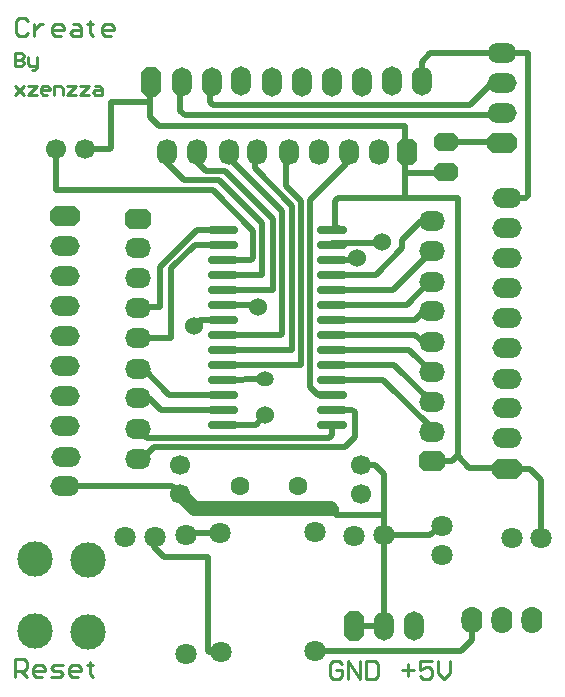
<source format=gtl>
G04 Layer_Physical_Order=1*
G04 Layer_Color=255*
%FSLAX25Y25*%
%MOIN*%
G70*
G01*
G75*
%ADD10O,0.10236X0.02756*%
%ADD11C,0.02000*%
%ADD12C,0.05000*%
%ADD13C,0.01000*%
G04:AMPARAMS|DCode=14|XSize=80mil|YSize=60mil|CornerRadius=0mil|HoleSize=0mil|Usage=FLASHONLY|Rotation=0.000|XOffset=0mil|YOffset=0mil|HoleType=Round|Shape=Octagon|*
%AMOCTAGOND14*
4,1,8,0.04000,-0.01500,0.04000,0.01500,0.02500,0.03000,-0.02500,0.03000,-0.04000,0.01500,-0.04000,-0.01500,-0.02500,-0.03000,0.02500,-0.03000,0.04000,-0.01500,0.0*
%
%ADD14OCTAGOND14*%

%ADD15C,0.06000*%
%ADD16O,0.09843X0.06693*%
G04:AMPARAMS|DCode=17|XSize=66.93mil|YSize=98.43mil|CornerRadius=0mil|HoleSize=0mil|Usage=FLASHONLY|Rotation=90.000|XOffset=0mil|YOffset=0mil|HoleType=Round|Shape=Octagon|*
%AMOCTAGOND17*
4,1,8,-0.04921,-0.01673,-0.04921,0.01673,-0.03248,0.03347,0.03248,0.03347,0.04921,0.01673,0.04921,-0.01673,0.03248,-0.03347,-0.03248,-0.03347,-0.04921,-0.01673,0.0*
%
%ADD17OCTAGOND17*%

%ADD18O,0.06693X0.09843*%
G04:AMPARAMS|DCode=19|XSize=66.93mil|YSize=98.43mil|CornerRadius=0mil|HoleSize=0mil|Usage=FLASHONLY|Rotation=0.000|XOffset=0mil|YOffset=0mil|HoleType=Round|Shape=Octagon|*
%AMOCTAGOND19*
4,1,8,-0.01673,0.04921,0.01673,0.04921,0.03347,0.03248,0.03347,-0.03248,0.01673,-0.04921,-0.01673,-0.04921,-0.03347,-0.03248,-0.03347,0.03248,-0.01673,0.04921,0.0*
%
%ADD19OCTAGOND19*%

%ADD20C,0.11811*%
G04:AMPARAMS|DCode=21|XSize=66.93mil|YSize=86.61mil|CornerRadius=0mil|HoleSize=0mil|Usage=FLASHONLY|Rotation=90.000|XOffset=0mil|YOffset=0mil|HoleType=Round|Shape=Octagon|*
%AMOCTAGOND21*
4,1,8,-0.04331,-0.01673,-0.04331,0.01673,-0.02658,0.03347,0.02658,0.03347,0.04331,0.01673,0.04331,-0.01673,0.02658,-0.03347,-0.02658,-0.03347,-0.04331,-0.01673,0.0*
%
%ADD21OCTAGOND21*%

%ADD22O,0.08661X0.06693*%
%ADD23O,0.06693X0.08661*%
G04:AMPARAMS|DCode=24|XSize=66.93mil|YSize=86.61mil|CornerRadius=0mil|HoleSize=0mil|Usage=FLASHONLY|Rotation=180.000|XOffset=0mil|YOffset=0mil|HoleType=Round|Shape=Octagon|*
%AMOCTAGOND24*
4,1,8,0.01673,-0.04331,-0.01673,-0.04331,-0.03347,-0.02658,-0.03347,0.02658,-0.01673,0.04331,0.01673,0.04331,0.03347,0.02658,0.03347,-0.02658,0.01673,-0.04331,0.0*
%
%ADD24OCTAGOND24*%

%ADD25O,0.06000X0.05000*%
%ADD26C,0.06299*%
%ADD27O,0.07000X0.09000*%
%ADD28C,0.07087*%
%ADD29C,0.06693*%
D10*
X483610Y231500D02*
D03*
Y236500D02*
D03*
Y241500D02*
D03*
Y246500D02*
D03*
Y251500D02*
D03*
Y256500D02*
D03*
Y261500D02*
D03*
Y266500D02*
D03*
Y271500D02*
D03*
Y276500D02*
D03*
Y281500D02*
D03*
Y286500D02*
D03*
Y291500D02*
D03*
Y296500D02*
D03*
X447390Y231500D02*
D03*
Y236500D02*
D03*
Y241500D02*
D03*
Y246500D02*
D03*
Y251500D02*
D03*
Y256500D02*
D03*
Y261500D02*
D03*
Y266500D02*
D03*
Y271500D02*
D03*
Y276500D02*
D03*
Y281500D02*
D03*
Y286500D02*
D03*
Y291500D02*
D03*
Y296500D02*
D03*
D11*
X540331Y325669D02*
X540500Y325500D01*
X521614Y325669D02*
X540331D01*
X508000Y315354D02*
Y330945D01*
Y307118D02*
Y315354D01*
X521299D02*
X521614Y315669D01*
X508000Y315354D02*
X521299D01*
X507126Y293183D02*
X513443Y299500D01*
X507126Y290276D02*
Y293183D01*
X498350Y281500D02*
X507126Y290276D01*
X483610Y281500D02*
X498350D01*
X428000Y319323D02*
Y322284D01*
X447390Y231500D02*
X458193D01*
X461260Y234567D01*
X485079Y201417D02*
Y203583D01*
X485039Y201457D02*
X485079Y201417D01*
X501000Y201457D02*
Y214945D01*
Y194550D02*
Y201457D01*
X458028Y271500D02*
X458858Y270669D01*
X447390Y271500D02*
X458028D01*
X437520Y264331D02*
X439689Y266500D01*
X447390D01*
Y246500D02*
X461378Y246575D01*
X429445Y241500D02*
X447390D01*
X420945Y250000D02*
X429445Y241500D01*
X419000Y250000D02*
X420945D01*
X426610Y236500D02*
X447390D01*
X422610Y240500D02*
X426610Y236500D01*
X419000Y240500D02*
X422610D01*
X447390Y286500D02*
X456736D01*
X457433Y287197D01*
X409862Y339016D02*
X422950D01*
X409862Y323780D02*
Y339016D01*
X409571Y323488D02*
X409862Y323780D01*
X401500Y323488D02*
X409571D01*
X433150Y336141D02*
Y345777D01*
X483610Y291929D02*
X500276D01*
X483610Y291500D02*
Y291929D01*
Y286500D02*
X491697D01*
X430118Y283543D02*
X438075Y291500D01*
X430118Y260500D02*
Y283543D01*
X419000Y260500D02*
X430118D01*
X426496Y284164D02*
X438832Y296500D01*
X426496Y270630D02*
Y284164D01*
X419130Y270630D02*
X426496D01*
X447390Y281500D02*
X460433D01*
X447390Y276500D02*
X463898D01*
X442736Y155650D02*
X446550D01*
X442480Y155905D02*
X442736Y155650D01*
X442480Y155905D02*
Y187520D01*
X427638D02*
X442480D01*
X424500Y190657D02*
X427638Y187520D01*
X424500Y190657D02*
Y191772D01*
X446287Y195187D02*
X446450Y195350D01*
X501000Y194550D02*
X516282D01*
X519587Y197854D01*
X520264D01*
X530500Y159839D02*
Y166500D01*
X488102Y224126D02*
X491260Y227284D01*
X479130Y241500D02*
X483610D01*
X476492Y244138D02*
X479130Y241500D01*
X483610Y236500D02*
X483653Y236457D01*
X490472D01*
X491260Y235669D01*
Y227284D02*
Y235669D01*
X424323Y224126D02*
X488102D01*
X420197Y220000D02*
X424323Y224126D01*
X419000Y220000D02*
X420197D01*
X483610Y228059D02*
Y231500D01*
X482677Y227126D02*
X483610Y228059D01*
X421874Y227126D02*
X482677D01*
X419000Y230000D02*
X421874Y227126D01*
X392550Y210950D02*
X430467D01*
X466689Y261500D02*
X467011Y261822D01*
X447390Y261500D02*
X466689D01*
X447390Y256500D02*
X470240D01*
X470492Y256752D01*
X447390Y251500D02*
X473417D01*
X473492Y251575D01*
X430467Y210950D02*
X433130Y208287D01*
X434950Y194850D02*
X435450Y195350D01*
X446450D01*
X491000Y164500D02*
X501000D01*
Y194550D01*
X498012Y217933D02*
X501000Y214945D01*
X493327Y217933D02*
X498012D01*
X438075Y291500D02*
X447390D01*
X438832Y296500D02*
X447390D01*
X419000Y270500D02*
X419130Y270630D01*
X417950Y301050D02*
X419000Y300000D01*
X392450Y301050D02*
Y303041D01*
X525520Y220898D02*
X529467Y216950D01*
X525520Y220898D02*
Y221386D01*
X553409Y193685D02*
Y213090D01*
X548910Y307591D02*
Y355500D01*
X540500D02*
X548910D01*
X516500D02*
X540500D01*
X485748Y307087D02*
X508032D01*
X517000Y219500D02*
X523634D01*
X525520Y221386D01*
Y307118D01*
X508000D02*
X525520D01*
X508000D02*
X508032Y307087D01*
X484803Y306142D02*
X485748Y307087D01*
X484803Y297807D02*
Y306142D01*
Y297807D02*
X485591Y297020D01*
Y296500D02*
Y297020D01*
X483610Y296500D02*
X485591D01*
X513443Y299500D02*
X517000D01*
Y229000D02*
Y230323D01*
X500823Y246500D02*
X517000Y230323D01*
X483610Y246500D02*
X500823D01*
X504500Y251500D02*
X517000Y239000D01*
X483610Y251500D02*
X504500D01*
X509500Y256500D02*
X517000Y249000D01*
X483610Y256500D02*
X509500D01*
X513874Y259000D02*
X517000D01*
X511374Y261500D02*
X513874Y259000D01*
X483610Y261500D02*
X511374D01*
X514461Y269500D02*
X517000D01*
X511461Y266500D02*
X514461Y269500D01*
X483610Y266500D02*
X511461D01*
X508626Y271500D02*
X516126Y279000D01*
X483610Y271500D02*
X508626D01*
X516126Y279000D02*
X517000D01*
X504000Y276500D02*
X517000Y289500D01*
X483610Y276500D02*
X504000D01*
X448500Y321224D02*
Y322284D01*
Y321224D02*
X467011Y302713D01*
Y261822D02*
Y302713D01*
X458000Y316961D02*
Y322284D01*
Y316961D02*
X470492Y304468D01*
Y256752D02*
Y304468D01*
X468500Y310949D02*
Y322284D01*
Y310949D02*
X473492Y305957D01*
Y251575D02*
Y305957D01*
X476492Y244138D02*
Y306256D01*
X488500Y318264D01*
Y322284D01*
X485039Y201457D02*
X501000D01*
X422950Y333979D02*
Y339016D01*
Y345777D01*
X391736Y309567D02*
Y323488D01*
X463898Y276500D02*
Y300102D01*
X448047Y315953D02*
X463898Y300102D01*
X391736Y309567D02*
X443898D01*
X457433Y296031D01*
Y287197D02*
Y296031D01*
X438779Y318937D02*
Y322284D01*
Y318937D02*
X441764Y315953D01*
X448047D01*
X428000Y319323D02*
X434370Y312953D01*
X446024D01*
X460433Y298543D01*
Y281500D02*
Y298543D01*
X513515Y352515D02*
X516500Y355500D01*
X513515Y345877D02*
Y352515D01*
X422950Y333979D02*
X425984Y330945D01*
X508000D01*
X443150Y339094D02*
Y345677D01*
X536996Y345500D02*
X540500D01*
X541958Y306900D02*
X548219D01*
X549700Y216800D02*
X553409Y213090D01*
X542058Y216800D02*
X549700D01*
X541908Y216950D02*
X542058Y216800D01*
X529467Y216950D02*
X541908D01*
X433150Y336141D02*
X434646Y334646D01*
X539646D01*
X540500Y335500D01*
X443150Y339094D02*
X444134Y338110D01*
X529606D01*
X536996Y345500D01*
X478050Y157150D02*
X479137Y156063D01*
X526724D01*
X530500Y159839D01*
D12*
X437677Y203740D02*
X483146D01*
X433130Y208287D02*
X437677Y203740D01*
D13*
X378000Y147500D02*
Y153498D01*
X380999D01*
X381999Y152498D01*
Y150499D01*
X380999Y149499D01*
X378000D01*
X379999D02*
X381999Y147500D01*
X386997D02*
X384998D01*
X383998Y148500D01*
Y150499D01*
X384998Y151499D01*
X386997D01*
X387997Y150499D01*
Y149499D01*
X383998D01*
X389996Y147500D02*
X392995D01*
X393995Y148500D01*
X392995Y149499D01*
X390996D01*
X389996Y150499D01*
X390996Y151499D01*
X393995D01*
X398993Y147500D02*
X396994D01*
X395994Y148500D01*
Y150499D01*
X396994Y151499D01*
X398993D01*
X399993Y150499D01*
Y149499D01*
X395994D01*
X402992Y152498D02*
Y151499D01*
X401992D01*
X403992D01*
X402992D01*
Y148500D01*
X403992Y147500D01*
X378000Y344386D02*
X380886Y341500D01*
X379443Y342943D01*
X380886Y344386D01*
X378000Y341500D01*
X382329Y344386D02*
X385215D01*
X382329Y341500D01*
X385215D01*
X388823D02*
X387380D01*
X386659Y342221D01*
Y343665D01*
X387380Y344386D01*
X388823D01*
X389545Y343665D01*
Y342943D01*
X386659D01*
X390988Y341500D02*
Y344386D01*
X393153D01*
X393874Y343665D01*
Y341500D01*
X395317Y344386D02*
X398203D01*
X395317Y341500D01*
X398203D01*
X399646Y344386D02*
X402533D01*
X399646Y341500D01*
X402533D01*
X404697Y344386D02*
X406141D01*
X406862Y343665D01*
Y341500D01*
X404697D01*
X403976Y342221D01*
X404697Y342943D01*
X406862D01*
X378000Y355329D02*
Y351000D01*
X380165D01*
X380886Y351722D01*
Y352443D01*
X380165Y353165D01*
X378000D01*
X380165D01*
X380886Y353886D01*
Y354608D01*
X380165Y355329D01*
X378000D01*
X382329Y353886D02*
Y351722D01*
X383051Y351000D01*
X385215D01*
Y350278D01*
X384494Y349557D01*
X383772D01*
X385215Y351000D02*
Y353886D01*
X382436Y365920D02*
X381452Y366904D01*
X379484D01*
X378500Y365920D01*
Y361984D01*
X379484Y361000D01*
X381452D01*
X382436Y361984D01*
X384404Y364936D02*
Y361000D01*
Y362968D01*
X385387Y363952D01*
X386371Y364936D01*
X387355D01*
X393259Y361000D02*
X391291D01*
X390307Y361984D01*
Y363952D01*
X391291Y364936D01*
X393259D01*
X394243Y363952D01*
Y362968D01*
X390307D01*
X397195Y364936D02*
X399163D01*
X400146Y363952D01*
Y361000D01*
X397195D01*
X396211Y361984D01*
X397195Y362968D01*
X400146D01*
X403098Y365920D02*
Y364936D01*
X402114D01*
X404082D01*
X403098D01*
Y361984D01*
X404082Y361000D01*
X409986D02*
X408018D01*
X407034Y361984D01*
Y363952D01*
X408018Y364936D01*
X409986D01*
X410970Y363952D01*
Y362968D01*
X407034D01*
X486912Y151731D02*
X485912Y152730D01*
X483913D01*
X482913Y151731D01*
Y147732D01*
X483913Y146732D01*
X485912D01*
X486912Y147732D01*
Y149731D01*
X484913D01*
X488911Y146732D02*
Y152730D01*
X492910Y146732D01*
Y152730D01*
X494909D02*
Y146732D01*
X497908D01*
X498908Y147732D01*
Y151731D01*
X497908Y152730D01*
X494909D01*
X506906Y149731D02*
X510904D01*
X508905Y151731D02*
Y147732D01*
X516902Y152730D02*
X512904D01*
Y149731D01*
X514903Y150731D01*
X515903D01*
X516902Y149731D01*
Y147732D01*
X515903Y146732D01*
X513903D01*
X512904Y147732D01*
X518902Y152730D02*
Y148732D01*
X520901Y146732D01*
X522900Y148732D01*
Y152730D01*
D14*
X521614Y315669D02*
D03*
Y325669D02*
D03*
D15*
X461260Y234567D02*
D03*
X437520Y264331D02*
D03*
X458858Y270669D02*
D03*
X492126Y286929D02*
D03*
X500276Y292205D02*
D03*
D16*
X540500Y355500D02*
D03*
Y345500D02*
D03*
Y335500D02*
D03*
X542058Y227000D02*
D03*
X542158Y237000D02*
D03*
X541958Y246800D02*
D03*
X542058Y257000D02*
D03*
X542158Y266900D02*
D03*
Y276900D02*
D03*
X542058Y287000D02*
D03*
X541858Y297100D02*
D03*
X541958Y306900D02*
D03*
X394714Y290913D02*
D03*
X394614Y280913D02*
D03*
X394814Y271113D02*
D03*
X394714Y260913D02*
D03*
X394614Y251013D02*
D03*
Y241013D02*
D03*
X394714Y230913D02*
D03*
X394914Y220813D02*
D03*
X394814Y211013D02*
D03*
D17*
X540500Y325500D02*
D03*
X542058Y216800D02*
D03*
X394714Y301113D02*
D03*
D18*
X511000Y164500D02*
D03*
X501000D02*
D03*
X513515Y345877D02*
D03*
X503715Y345977D02*
D03*
X493615Y345777D02*
D03*
X483515Y345677D02*
D03*
X473515D02*
D03*
X463615Y345777D02*
D03*
X453415Y345877D02*
D03*
X443615Y345677D02*
D03*
X433615Y345777D02*
D03*
D19*
X491000Y164500D02*
D03*
X423415Y345777D02*
D03*
D20*
X384600Y162700D02*
D03*
X402400Y162300D02*
D03*
X384800Y186700D02*
D03*
X402300Y186500D02*
D03*
D21*
X517000Y219500D02*
D03*
X419000Y300000D02*
D03*
D22*
X517000Y229000D02*
D03*
Y239000D02*
D03*
Y249000D02*
D03*
Y259000D02*
D03*
Y269500D02*
D03*
Y279000D02*
D03*
Y289500D02*
D03*
Y299500D02*
D03*
X419000Y290500D02*
D03*
Y280500D02*
D03*
Y270500D02*
D03*
Y260500D02*
D03*
Y250000D02*
D03*
Y240500D02*
D03*
Y230000D02*
D03*
Y220000D02*
D03*
D23*
X428780Y322284D02*
D03*
X438779D02*
D03*
X449279D02*
D03*
X458779D02*
D03*
X469279D02*
D03*
X479280D02*
D03*
X489280D02*
D03*
X499279D02*
D03*
D24*
X508779D02*
D03*
D25*
X461378Y246575D02*
D03*
D26*
X472299Y210890D02*
D03*
X452976Y211000D02*
D03*
D27*
X530500Y166500D02*
D03*
X540500D02*
D03*
X550500D02*
D03*
D28*
X434950Y194850D02*
D03*
X435050Y155150D02*
D03*
X446550Y155650D02*
D03*
X446450Y195350D02*
D03*
X478003Y156055D02*
D03*
X477903Y195756D02*
D03*
X414528Y194134D02*
D03*
X424528D02*
D03*
X501000Y194550D02*
D03*
X491000Y194450D02*
D03*
X543646Y193764D02*
D03*
X553409Y193685D02*
D03*
X520264Y197854D02*
D03*
X520185Y188091D02*
D03*
D29*
X401500Y323488D02*
D03*
X391736D02*
D03*
X433130Y208287D02*
D03*
X433091Y217933D02*
D03*
X493327Y217933D02*
D03*
X493366Y208287D02*
D03*
M02*

</source>
